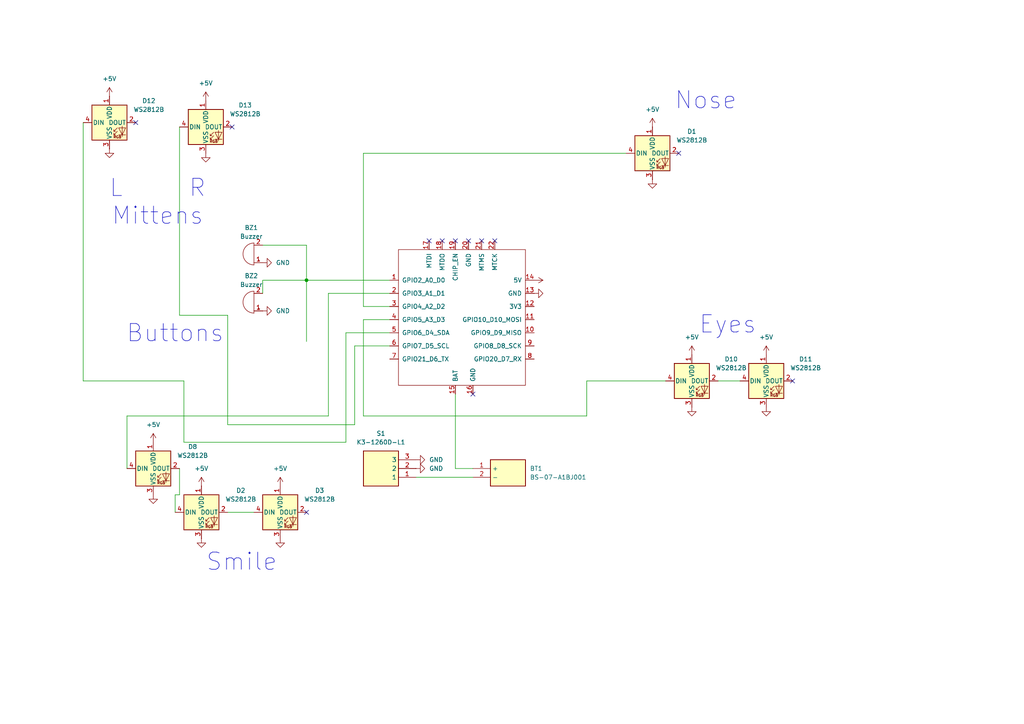
<source format=kicad_sch>
(kicad_sch
	(version 20231120)
	(generator "eeschema")
	(generator_version "8.0")
	(uuid "6e98dea0-d058-4690-9f44-a3004fac21a6")
	(paper "A4")
	(lib_symbols
		(symbol "2032Holder:BS-07-A1BJ001"
			(exclude_from_sim no)
			(in_bom yes)
			(on_board yes)
			(property "Reference" "BT"
				(at 16.51 7.62 0)
				(effects
					(font
						(size 1.27 1.27)
					)
					(justify left top)
				)
			)
			(property "Value" "BS-07-A1BJ001"
				(at 16.51 5.08 0)
				(effects
					(font
						(size 1.27 1.27)
					)
					(justify left top)
				)
			)
			(property "Footprint" "BS07A1BJ001"
				(at 16.51 -94.92 0)
				(effects
					(font
						(size 1.27 1.27)
					)
					(justify left top)
					(hide yes)
				)
			)
			(property "Datasheet" "https://wmsc.lcsc.com/wmsc/upload/file/pdf/v2/lcsc/2203021630_MYOUNG-BS-07-A1BJ001_C2979167.pdf"
				(at 16.51 -194.92 0)
				(effects
					(font
						(size 1.27 1.27)
					)
					(justify left top)
					(hide yes)
				)
			)
			(property "Description" "Battery base -25~+85 CR2032 Plugin Button And Strip Battery Connector ROHS"
				(at 0 0 0)
				(effects
					(font
						(size 1.27 1.27)
					)
					(hide yes)
				)
			)
			(property "Height" "9.5"
				(at 16.51 -394.92 0)
				(effects
					(font
						(size 1.27 1.27)
					)
					(justify left top)
					(hide yes)
				)
			)
			(property "Manufacturer_Name" "MYOUNG"
				(at 16.51 -494.92 0)
				(effects
					(font
						(size 1.27 1.27)
					)
					(justify left top)
					(hide yes)
				)
			)
			(property "Manufacturer_Part_Number" "BS-07-A1BJ001"
				(at 16.51 -594.92 0)
				(effects
					(font
						(size 1.27 1.27)
					)
					(justify left top)
					(hide yes)
				)
			)
			(property "Mouser Part Number" ""
				(at 16.51 -694.92 0)
				(effects
					(font
						(size 1.27 1.27)
					)
					(justify left top)
					(hide yes)
				)
			)
			(property "Mouser Price/Stock" ""
				(at 16.51 -794.92 0)
				(effects
					(font
						(size 1.27 1.27)
					)
					(justify left top)
					(hide yes)
				)
			)
			(property "Arrow Part Number" ""
				(at 16.51 -894.92 0)
				(effects
					(font
						(size 1.27 1.27)
					)
					(justify left top)
					(hide yes)
				)
			)
			(property "Arrow Price/Stock" ""
				(at 16.51 -994.92 0)
				(effects
					(font
						(size 1.27 1.27)
					)
					(justify left top)
					(hide yes)
				)
			)
			(symbol "BS-07-A1BJ001_1_1"
				(rectangle
					(start 5.08 2.54)
					(end 15.24 -5.08)
					(stroke
						(width 0.254)
						(type default)
					)
					(fill
						(type background)
					)
				)
				(pin passive line
					(at 0 0 0)
					(length 5.08)
					(name "+"
						(effects
							(font
								(size 1.27 1.27)
							)
						)
					)
					(number "1"
						(effects
							(font
								(size 1.27 1.27)
							)
						)
					)
				)
				(pin passive line
					(at 0 -2.54 0)
					(length 5.08)
					(name "-"
						(effects
							(font
								(size 1.27 1.27)
							)
						)
					)
					(number "2"
						(effects
							(font
								(size 1.27 1.27)
							)
						)
					)
				)
			)
		)
		(symbol "Device:Buzzer"
			(pin_names
				(offset 0.0254) hide)
			(exclude_from_sim no)
			(in_bom yes)
			(on_board yes)
			(property "Reference" "BZ"
				(at 3.81 1.27 0)
				(effects
					(font
						(size 1.27 1.27)
					)
					(justify left)
				)
			)
			(property "Value" "Buzzer"
				(at 3.81 -1.27 0)
				(effects
					(font
						(size 1.27 1.27)
					)
					(justify left)
				)
			)
			(property "Footprint" ""
				(at -0.635 2.54 90)
				(effects
					(font
						(size 1.27 1.27)
					)
					(hide yes)
				)
			)
			(property "Datasheet" "~"
				(at -0.635 2.54 90)
				(effects
					(font
						(size 1.27 1.27)
					)
					(hide yes)
				)
			)
			(property "Description" "Buzzer, polarized"
				(at 0 0 0)
				(effects
					(font
						(size 1.27 1.27)
					)
					(hide yes)
				)
			)
			(property "ki_keywords" "quartz resonator ceramic"
				(at 0 0 0)
				(effects
					(font
						(size 1.27 1.27)
					)
					(hide yes)
				)
			)
			(property "ki_fp_filters" "*Buzzer*"
				(at 0 0 0)
				(effects
					(font
						(size 1.27 1.27)
					)
					(hide yes)
				)
			)
			(symbol "Buzzer_0_1"
				(arc
					(start 0 -3.175)
					(mid 3.1612 0)
					(end 0 3.175)
					(stroke
						(width 0)
						(type default)
					)
					(fill
						(type none)
					)
				)
				(polyline
					(pts
						(xy -1.651 1.905) (xy -1.143 1.905)
					)
					(stroke
						(width 0)
						(type default)
					)
					(fill
						(type none)
					)
				)
				(polyline
					(pts
						(xy -1.397 2.159) (xy -1.397 1.651)
					)
					(stroke
						(width 0)
						(type default)
					)
					(fill
						(type none)
					)
				)
				(polyline
					(pts
						(xy 0 3.175) (xy 0 -3.175)
					)
					(stroke
						(width 0)
						(type default)
					)
					(fill
						(type none)
					)
				)
			)
			(symbol "Buzzer_1_1"
				(pin passive line
					(at -2.54 2.54 0)
					(length 2.54)
					(name "+"
						(effects
							(font
								(size 1.27 1.27)
							)
						)
					)
					(number "1"
						(effects
							(font
								(size 1.27 1.27)
							)
						)
					)
				)
				(pin passive line
					(at -2.54 -2.54 0)
					(length 2.54)
					(name "-"
						(effects
							(font
								(size 1.27 1.27)
							)
						)
					)
					(number "2"
						(effects
							(font
								(size 1.27 1.27)
							)
						)
					)
				)
			)
		)
		(symbol "K3-1260D-L1:K3-1260D-L1"
			(exclude_from_sim no)
			(in_bom yes)
			(on_board yes)
			(property "Reference" "S"
				(at 16.51 7.62 0)
				(effects
					(font
						(size 1.27 1.27)
					)
					(justify left top)
				)
			)
			(property "Value" "K3-1260D-L1"
				(at 16.51 5.08 0)
				(effects
					(font
						(size 1.27 1.27)
					)
					(justify left top)
				)
			)
			(property "Footprint" "K31260DL1"
				(at 16.51 -94.92 0)
				(effects
					(font
						(size 1.27 1.27)
					)
					(justify left top)
					(hide yes)
				)
			)
			(property "Datasheet" "https://datasheet.lcsc.com/szlcsc/Korean-Hroparts-Elec-K3-1260D-L1_C92657.pdf"
				(at 16.51 -194.92 0)
				(effects
					(font
						(size 1.27 1.27)
					)
					(justify left top)
					(hide yes)
				)
			)
			(property "Description" "Toggle Switches Plugin RoHS"
				(at 0 0 0)
				(effects
					(font
						(size 1.27 1.27)
					)
					(hide yes)
				)
			)
			(property "Height" "3.7"
				(at 16.51 -394.92 0)
				(effects
					(font
						(size 1.27 1.27)
					)
					(justify left top)
					(hide yes)
				)
			)
			(property "Manufacturer_Name" "Korean Hroparts Elec"
				(at 16.51 -494.92 0)
				(effects
					(font
						(size 1.27 1.27)
					)
					(justify left top)
					(hide yes)
				)
			)
			(property "Manufacturer_Part_Number" "K3-1260D-L1"
				(at 16.51 -594.92 0)
				(effects
					(font
						(size 1.27 1.27)
					)
					(justify left top)
					(hide yes)
				)
			)
			(property "Mouser Part Number" ""
				(at 16.51 -694.92 0)
				(effects
					(font
						(size 1.27 1.27)
					)
					(justify left top)
					(hide yes)
				)
			)
			(property "Mouser Price/Stock" ""
				(at 16.51 -794.92 0)
				(effects
					(font
						(size 1.27 1.27)
					)
					(justify left top)
					(hide yes)
				)
			)
			(property "Arrow Part Number" ""
				(at 16.51 -894.92 0)
				(effects
					(font
						(size 1.27 1.27)
					)
					(justify left top)
					(hide yes)
				)
			)
			(property "Arrow Price/Stock" ""
				(at 16.51 -994.92 0)
				(effects
					(font
						(size 1.27 1.27)
					)
					(justify left top)
					(hide yes)
				)
			)
			(symbol "K3-1260D-L1_1_1"
				(rectangle
					(start 5.08 2.54)
					(end 15.24 -7.62)
					(stroke
						(width 0.254)
						(type default)
					)
					(fill
						(type background)
					)
				)
				(pin passive line
					(at 0 0 0)
					(length 5.08)
					(name "1"
						(effects
							(font
								(size 1.27 1.27)
							)
						)
					)
					(number "1"
						(effects
							(font
								(size 1.27 1.27)
							)
						)
					)
				)
				(pin passive line
					(at 0 -2.54 0)
					(length 5.08)
					(name "2"
						(effects
							(font
								(size 1.27 1.27)
							)
						)
					)
					(number "2"
						(effects
							(font
								(size 1.27 1.27)
							)
						)
					)
				)
				(pin passive line
					(at 0 -5.08 0)
					(length 5.08)
					(name "3"
						(effects
							(font
								(size 1.27 1.27)
							)
						)
					)
					(number "3"
						(effects
							(font
								(size 1.27 1.27)
							)
						)
					)
				)
			)
		)
		(symbol "LED:WS2812B"
			(pin_names
				(offset 0.254)
			)
			(exclude_from_sim no)
			(in_bom yes)
			(on_board yes)
			(property "Reference" "D"
				(at 5.08 5.715 0)
				(effects
					(font
						(size 1.27 1.27)
					)
					(justify right bottom)
				)
			)
			(property "Value" "WS2812B"
				(at 1.27 -5.715 0)
				(effects
					(font
						(size 1.27 1.27)
					)
					(justify left top)
				)
			)
			(property "Footprint" "LED_SMD:LED_WS2812B_PLCC4_5.0x5.0mm_P3.2mm"
				(at 1.27 -7.62 0)
				(effects
					(font
						(size 1.27 1.27)
					)
					(justify left top)
					(hide yes)
				)
			)
			(property "Datasheet" "https://cdn-shop.adafruit.com/datasheets/WS2812B.pdf"
				(at 2.54 -9.525 0)
				(effects
					(font
						(size 1.27 1.27)
					)
					(justify left top)
					(hide yes)
				)
			)
			(property "Description" "RGB LED with integrated controller"
				(at 0 0 0)
				(effects
					(font
						(size 1.27 1.27)
					)
					(hide yes)
				)
			)
			(property "ki_keywords" "RGB LED NeoPixel addressable"
				(at 0 0 0)
				(effects
					(font
						(size 1.27 1.27)
					)
					(hide yes)
				)
			)
			(property "ki_fp_filters" "LED*WS2812*PLCC*5.0x5.0mm*P3.2mm*"
				(at 0 0 0)
				(effects
					(font
						(size 1.27 1.27)
					)
					(hide yes)
				)
			)
			(symbol "WS2812B_0_0"
				(text "RGB"
					(at 2.286 -4.191 0)
					(effects
						(font
							(size 0.762 0.762)
						)
					)
				)
			)
			(symbol "WS2812B_0_1"
				(polyline
					(pts
						(xy 1.27 -3.556) (xy 1.778 -3.556)
					)
					(stroke
						(width 0)
						(type default)
					)
					(fill
						(type none)
					)
				)
				(polyline
					(pts
						(xy 1.27 -2.54) (xy 1.778 -2.54)
					)
					(stroke
						(width 0)
						(type default)
					)
					(fill
						(type none)
					)
				)
				(polyline
					(pts
						(xy 4.699 -3.556) (xy 2.667 -3.556)
					)
					(stroke
						(width 0)
						(type default)
					)
					(fill
						(type none)
					)
				)
				(polyline
					(pts
						(xy 2.286 -2.54) (xy 1.27 -3.556) (xy 1.27 -3.048)
					)
					(stroke
						(width 0)
						(type default)
					)
					(fill
						(type none)
					)
				)
				(polyline
					(pts
						(xy 2.286 -1.524) (xy 1.27 -2.54) (xy 1.27 -2.032)
					)
					(stroke
						(width 0)
						(type default)
					)
					(fill
						(type none)
					)
				)
				(polyline
					(pts
						(xy 3.683 -1.016) (xy 3.683 -3.556) (xy 3.683 -4.064)
					)
					(stroke
						(width 0)
						(type default)
					)
					(fill
						(type none)
					)
				)
				(polyline
					(pts
						(xy 4.699 -1.524) (xy 2.667 -1.524) (xy 3.683 -3.556) (xy 4.699 -1.524)
					)
					(stroke
						(width 0)
						(type default)
					)
					(fill
						(type none)
					)
				)
				(rectangle
					(start 5.08 5.08)
					(end -5.08 -5.08)
					(stroke
						(width 0.254)
						(type default)
					)
					(fill
						(type background)
					)
				)
			)
			(symbol "WS2812B_1_1"
				(pin power_in line
					(at 0 7.62 270)
					(length 2.54)
					(name "VDD"
						(effects
							(font
								(size 1.27 1.27)
							)
						)
					)
					(number "1"
						(effects
							(font
								(size 1.27 1.27)
							)
						)
					)
				)
				(pin output line
					(at 7.62 0 180)
					(length 2.54)
					(name "DOUT"
						(effects
							(font
								(size 1.27 1.27)
							)
						)
					)
					(number "2"
						(effects
							(font
								(size 1.27 1.27)
							)
						)
					)
				)
				(pin power_in line
					(at 0 -7.62 90)
					(length 2.54)
					(name "VSS"
						(effects
							(font
								(size 1.27 1.27)
							)
						)
					)
					(number "3"
						(effects
							(font
								(size 1.27 1.27)
							)
						)
					)
				)
				(pin input line
					(at -7.62 0 0)
					(length 2.54)
					(name "DIN"
						(effects
							(font
								(size 1.27 1.27)
							)
						)
					)
					(number "4"
						(effects
							(font
								(size 1.27 1.27)
							)
						)
					)
				)
			)
		)
		(symbol "Seeed_Studio_XIAO_Series:XIAO-ESP32-C3-SMD"
			(pin_names
				(offset 1.016)
			)
			(exclude_from_sim no)
			(in_bom yes)
			(on_board yes)
			(property "Reference" "U"
				(at -18.542 23.114 0)
				(effects
					(font
						(size 1.27 1.27)
					)
				)
			)
			(property "Value" "XIAO-ESP32-C3-SMD"
				(at -8.382 21.336 0)
				(effects
					(font
						(size 1.27 1.27)
					)
				)
			)
			(property "Footprint" ""
				(at -8.89 5.08 0)
				(effects
					(font
						(size 1.27 1.27)
					)
					(hide yes)
				)
			)
			(property "Datasheet" ""
				(at -8.89 5.08 0)
				(effects
					(font
						(size 1.27 1.27)
					)
					(hide yes)
				)
			)
			(property "Description" ""
				(at 0 0 0)
				(effects
					(font
						(size 1.27 1.27)
					)
					(hide yes)
				)
			)
			(symbol "XIAO-ESP32-C3-SMD_0_1"
				(rectangle
					(start -19.05 20.32)
					(end 17.78 -19.05)
					(stroke
						(width 0)
						(type default)
					)
					(fill
						(type none)
					)
				)
			)
			(symbol "XIAO-ESP32-C3-SMD_1_1"
				(pin passive line
					(at -21.59 11.43 0)
					(length 2.54)
					(name "GPIO2_A0_D0"
						(effects
							(font
								(size 1.27 1.27)
							)
						)
					)
					(number "1"
						(effects
							(font
								(size 1.27 1.27)
							)
						)
					)
				)
				(pin passive line
					(at 20.32 -3.81 180)
					(length 2.54)
					(name "GPIO9_D9_MISO"
						(effects
							(font
								(size 1.27 1.27)
							)
						)
					)
					(number "10"
						(effects
							(font
								(size 1.27 1.27)
							)
						)
					)
				)
				(pin passive line
					(at 20.32 0 180)
					(length 2.54)
					(name "GPIO10_D10_MOSI"
						(effects
							(font
								(size 1.27 1.27)
							)
						)
					)
					(number "11"
						(effects
							(font
								(size 1.27 1.27)
							)
						)
					)
				)
				(pin passive line
					(at 20.32 3.81 180)
					(length 2.54)
					(name "3V3"
						(effects
							(font
								(size 1.27 1.27)
							)
						)
					)
					(number "12"
						(effects
							(font
								(size 1.27 1.27)
							)
						)
					)
				)
				(pin passive line
					(at 20.32 7.62 180)
					(length 2.54)
					(name "GND"
						(effects
							(font
								(size 1.27 1.27)
							)
						)
					)
					(number "13"
						(effects
							(font
								(size 1.27 1.27)
							)
						)
					)
				)
				(pin passive line
					(at 20.32 11.43 180)
					(length 2.54)
					(name "5V"
						(effects
							(font
								(size 1.27 1.27)
							)
						)
					)
					(number "14"
						(effects
							(font
								(size 1.27 1.27)
							)
						)
					)
				)
				(pin passive line
					(at -2.54 -21.59 90)
					(length 2.54)
					(name "BAT"
						(effects
							(font
								(size 1.27 1.27)
							)
						)
					)
					(number "15"
						(effects
							(font
								(size 1.27 1.27)
							)
						)
					)
				)
				(pin passive line
					(at 2.54 -21.59 90)
					(length 2.54)
					(name "GND"
						(effects
							(font
								(size 1.27 1.27)
							)
						)
					)
					(number "16"
						(effects
							(font
								(size 1.27 1.27)
							)
						)
					)
				)
				(pin passive line
					(at -10.16 22.86 270)
					(length 2.54)
					(name "MTDI"
						(effects
							(font
								(size 1.27 1.27)
							)
						)
					)
					(number "17"
						(effects
							(font
								(size 1.27 1.27)
							)
						)
					)
				)
				(pin passive line
					(at -6.35 22.86 270)
					(length 2.54)
					(name "MTDO"
						(effects
							(font
								(size 1.27 1.27)
							)
						)
					)
					(number "18"
						(effects
							(font
								(size 1.27 1.27)
							)
						)
					)
				)
				(pin passive line
					(at -2.54 22.86 270)
					(length 2.54)
					(name "CHIP_EN"
						(effects
							(font
								(size 1.27 1.27)
							)
						)
					)
					(number "19"
						(effects
							(font
								(size 1.27 1.27)
							)
						)
					)
				)
				(pin passive line
					(at -21.59 7.62 0)
					(length 2.54)
					(name "GPIO3_A1_D1"
						(effects
							(font
								(size 1.27 1.27)
							)
						)
					)
					(number "2"
						(effects
							(font
								(size 1.27 1.27)
							)
						)
					)
				)
				(pin passive line
					(at 1.27 22.86 270)
					(length 2.54)
					(name "GND"
						(effects
							(font
								(size 1.27 1.27)
							)
						)
					)
					(number "20"
						(effects
							(font
								(size 1.27 1.27)
							)
						)
					)
				)
				(pin passive line
					(at 5.08 22.86 270)
					(length 2.54)
					(name "MTMS"
						(effects
							(font
								(size 1.27 1.27)
							)
						)
					)
					(number "21"
						(effects
							(font
								(size 1.27 1.27)
							)
						)
					)
				)
				(pin passive line
					(at 8.89 22.86 270)
					(length 2.54)
					(name "MTCK"
						(effects
							(font
								(size 1.27 1.27)
							)
						)
					)
					(number "22"
						(effects
							(font
								(size 1.27 1.27)
							)
						)
					)
				)
				(pin passive line
					(at -21.59 3.81 0)
					(length 2.54)
					(name "GPIO4_A2_D2"
						(effects
							(font
								(size 1.27 1.27)
							)
						)
					)
					(number "3"
						(effects
							(font
								(size 1.27 1.27)
							)
						)
					)
				)
				(pin passive line
					(at -21.59 0 0)
					(length 2.54)
					(name "GPIO5_A3_D3"
						(effects
							(font
								(size 1.27 1.27)
							)
						)
					)
					(number "4"
						(effects
							(font
								(size 1.27 1.27)
							)
						)
					)
				)
				(pin passive line
					(at -21.59 -3.81 0)
					(length 2.54)
					(name "GPIO6_D4_SDA"
						(effects
							(font
								(size 1.27 1.27)
							)
						)
					)
					(number "5"
						(effects
							(font
								(size 1.27 1.27)
							)
						)
					)
				)
				(pin passive line
					(at -21.59 -7.62 0)
					(length 2.54)
					(name "GPIO7_D5_SCL"
						(effects
							(font
								(size 1.27 1.27)
							)
						)
					)
					(number "6"
						(effects
							(font
								(size 1.27 1.27)
							)
						)
					)
				)
				(pin passive line
					(at -21.59 -11.43 0)
					(length 2.54)
					(name "GPIO21_D6_TX"
						(effects
							(font
								(size 1.27 1.27)
							)
						)
					)
					(number "7"
						(effects
							(font
								(size 1.27 1.27)
							)
						)
					)
				)
				(pin passive line
					(at 20.32 -11.43 180)
					(length 2.54)
					(name "GPIO20_D7_RX"
						(effects
							(font
								(size 1.27 1.27)
							)
						)
					)
					(number "8"
						(effects
							(font
								(size 1.27 1.27)
							)
						)
					)
				)
				(pin passive line
					(at 20.32 -7.62 180)
					(length 2.54)
					(name "GPIO8_D8_SCK"
						(effects
							(font
								(size 1.27 1.27)
							)
						)
					)
					(number "9"
						(effects
							(font
								(size 1.27 1.27)
							)
						)
					)
				)
			)
		)
		(symbol "power:+5V"
			(power)
			(pin_numbers hide)
			(pin_names
				(offset 0) hide)
			(exclude_from_sim no)
			(in_bom yes)
			(on_board yes)
			(property "Reference" "#PWR"
				(at 0 -3.81 0)
				(effects
					(font
						(size 1.27 1.27)
					)
					(hide yes)
				)
			)
			(property "Value" "+5V"
				(at 0 3.556 0)
				(effects
					(font
						(size 1.27 1.27)
					)
				)
			)
			(property "Footprint" ""
				(at 0 0 0)
				(effects
					(font
						(size 1.27 1.27)
					)
					(hide yes)
				)
			)
			(property "Datasheet" ""
				(at 0 0 0)
				(effects
					(font
						(size 1.27 1.27)
					)
					(hide yes)
				)
			)
			(property "Description" "Power symbol creates a global label with name \"+5V\""
				(at 0 0 0)
				(effects
					(font
						(size 1.27 1.27)
					)
					(hide yes)
				)
			)
			(property "ki_keywords" "global power"
				(at 0 0 0)
				(effects
					(font
						(size 1.27 1.27)
					)
					(hide yes)
				)
			)
			(symbol "+5V_0_1"
				(polyline
					(pts
						(xy -0.762 1.27) (xy 0 2.54)
					)
					(stroke
						(width 0)
						(type default)
					)
					(fill
						(type none)
					)
				)
				(polyline
					(pts
						(xy 0 0) (xy 0 2.54)
					)
					(stroke
						(width 0)
						(type default)
					)
					(fill
						(type none)
					)
				)
				(polyline
					(pts
						(xy 0 2.54) (xy 0.762 1.27)
					)
					(stroke
						(width 0)
						(type default)
					)
					(fill
						(type none)
					)
				)
			)
			(symbol "+5V_1_1"
				(pin power_in line
					(at 0 0 90)
					(length 0)
					(name "~"
						(effects
							(font
								(size 1.27 1.27)
							)
						)
					)
					(number "1"
						(effects
							(font
								(size 1.27 1.27)
							)
						)
					)
				)
			)
		)
		(symbol "power:GND"
			(power)
			(pin_numbers hide)
			(pin_names
				(offset 0) hide)
			(exclude_from_sim no)
			(in_bom yes)
			(on_board yes)
			(property "Reference" "#PWR"
				(at 0 -6.35 0)
				(effects
					(font
						(size 1.27 1.27)
					)
					(hide yes)
				)
			)
			(property "Value" "GND"
				(at 0 -3.81 0)
				(effects
					(font
						(size 1.27 1.27)
					)
				)
			)
			(property "Footprint" ""
				(at 0 0 0)
				(effects
					(font
						(size 1.27 1.27)
					)
					(hide yes)
				)
			)
			(property "Datasheet" ""
				(at 0 0 0)
				(effects
					(font
						(size 1.27 1.27)
					)
					(hide yes)
				)
			)
			(property "Description" "Power symbol creates a global label with name \"GND\" , ground"
				(at 0 0 0)
				(effects
					(font
						(size 1.27 1.27)
					)
					(hide yes)
				)
			)
			(property "ki_keywords" "global power"
				(at 0 0 0)
				(effects
					(font
						(size 1.27 1.27)
					)
					(hide yes)
				)
			)
			(symbol "GND_0_1"
				(polyline
					(pts
						(xy 0 0) (xy 0 -1.27) (xy 1.27 -1.27) (xy 0 -2.54) (xy -1.27 -1.27) (xy 0 -1.27)
					)
					(stroke
						(width 0)
						(type default)
					)
					(fill
						(type none)
					)
				)
			)
			(symbol "GND_1_1"
				(pin power_in line
					(at 0 0 270)
					(length 0)
					(name "~"
						(effects
							(font
								(size 1.27 1.27)
							)
						)
					)
					(number "1"
						(effects
							(font
								(size 1.27 1.27)
							)
						)
					)
				)
			)
		)
	)
	(junction
		(at 88.9 81.28)
		(diameter 0)
		(color 0 0 0 0)
		(uuid "f3104e81-477d-44ec-86c2-2b208689f8fc")
	)
	(no_connect
		(at 135.89 69.85)
		(uuid "0ec21d54-8efd-4f78-b7de-5fcf374a2e29")
	)
	(no_connect
		(at 132.08 69.85)
		(uuid "11b15e3a-3930-40c5-b4ef-f55bad40e1b9")
	)
	(no_connect
		(at 196.85 44.45)
		(uuid "16b79aed-2afb-4943-a03a-4fe714ae6449")
	)
	(no_connect
		(at 229.87 110.49)
		(uuid "60b3cc53-07e2-42e7-ab62-da2fc98eebb1")
	)
	(no_connect
		(at 39.37 35.56)
		(uuid "7482aaa1-4bdb-41f2-ad3a-d97a5ad66ca2")
	)
	(no_connect
		(at 124.46 69.85)
		(uuid "8252d5bd-c6b9-4c22-9a94-71b9d050c8c6")
	)
	(no_connect
		(at 128.27 69.85)
		(uuid "8397ad45-6566-4a7e-849a-9bf1fdee32b4")
	)
	(no_connect
		(at 139.7 69.85)
		(uuid "8b6057a1-2f0e-43aa-bd96-a33d5f4d5e92")
	)
	(no_connect
		(at 88.9 148.59)
		(uuid "a26e7715-4399-4135-bcdc-e06951cc081a")
	)
	(no_connect
		(at 143.51 69.85)
		(uuid "d3de3f85-ec5d-48b5-b6f6-22bb46e0deb3")
	)
	(no_connect
		(at 137.16 114.3)
		(uuid "dad48a37-3c7e-4556-9718-2ed3f3369cc3")
	)
	(no_connect
		(at 67.31 36.83)
		(uuid "f122d939-1ec8-476c-8cbd-2965e7b5627b")
	)
	(wire
		(pts
			(xy 66.04 123.19) (xy 102.87 123.19)
		)
		(stroke
			(width 0)
			(type default)
		)
		(uuid "066ecad5-ffaa-4974-aa63-2aa4cbf6b8b3")
	)
	(wire
		(pts
			(xy 105.41 120.65) (xy 105.41 92.71)
		)
		(stroke
			(width 0)
			(type default)
		)
		(uuid "06a64a9d-5734-40f2-a40f-3b133b75e89a")
	)
	(wire
		(pts
			(xy 36.83 120.65) (xy 95.25 120.65)
		)
		(stroke
			(width 0)
			(type default)
		)
		(uuid "09bfc969-086d-421b-8870-b848d754913e")
	)
	(wire
		(pts
			(xy 88.9 81.28) (xy 76.2 81.28)
		)
		(stroke
			(width 0)
			(type default)
		)
		(uuid "10e338ad-1ecf-4104-87b4-23939ec8cc29")
	)
	(wire
		(pts
			(xy 102.87 100.33) (xy 113.03 100.33)
		)
		(stroke
			(width 0)
			(type default)
		)
		(uuid "17ee8a88-8dfd-45c1-b210-f0159a57d83d")
	)
	(wire
		(pts
			(xy 66.04 91.44) (xy 66.04 123.19)
		)
		(stroke
			(width 0)
			(type default)
		)
		(uuid "1d0fd2b4-2b2e-48be-96c6-1f0f371934a4")
	)
	(wire
		(pts
			(xy 102.87 123.19) (xy 102.87 100.33)
		)
		(stroke
			(width 0)
			(type default)
		)
		(uuid "26ff155d-715f-44eb-8407-f7511a035a70")
	)
	(wire
		(pts
			(xy 53.34 110.49) (xy 53.34 128.27)
		)
		(stroke
			(width 0)
			(type default)
		)
		(uuid "279ed404-7f9c-4b8e-8717-884ab083b178")
	)
	(wire
		(pts
			(xy 52.07 91.44) (xy 66.04 91.44)
		)
		(stroke
			(width 0)
			(type default)
		)
		(uuid "2932ec83-38e3-400a-88c8-9410449ccc72")
	)
	(wire
		(pts
			(xy 113.03 81.28) (xy 88.9 81.28)
		)
		(stroke
			(width 0)
			(type default)
		)
		(uuid "357c4974-c185-4ea8-8ba7-c61581a32fcd")
	)
	(wire
		(pts
			(xy 24.13 35.56) (xy 24.13 110.49)
		)
		(stroke
			(width 0)
			(type default)
		)
		(uuid "3b0f40c4-8a77-4016-be39-0e31e82c5cf0")
	)
	(wire
		(pts
			(xy 76.2 71.12) (xy 88.9 71.12)
		)
		(stroke
			(width 0)
			(type default)
		)
		(uuid "3c2916c9-9fe0-4647-be49-e74981deee5e")
	)
	(wire
		(pts
			(xy 76.2 81.28) (xy 76.2 85.09)
		)
		(stroke
			(width 0)
			(type default)
		)
		(uuid "5c388c31-10db-44fd-983d-ffed0ddbcb89")
	)
	(wire
		(pts
			(xy 36.83 135.89) (xy 36.83 120.65)
		)
		(stroke
			(width 0)
			(type default)
		)
		(uuid "678dac7a-30c0-414a-ac3f-9723b33f0646")
	)
	(wire
		(pts
			(xy 105.41 44.45) (xy 105.41 88.9)
		)
		(stroke
			(width 0)
			(type default)
		)
		(uuid "7b7baaa1-4254-4b3e-816b-2d3b6527bce3")
	)
	(wire
		(pts
			(xy 50.8 143.51) (xy 50.8 148.59)
		)
		(stroke
			(width 0)
			(type default)
		)
		(uuid "7ea5b455-7d2c-4cd7-aa04-8569bbcd62bb")
	)
	(wire
		(pts
			(xy 132.08 135.89) (xy 132.08 114.3)
		)
		(stroke
			(width 0)
			(type default)
		)
		(uuid "869ea106-7c00-432e-9041-ab0d3ebfff69")
	)
	(wire
		(pts
			(xy 95.25 120.65) (xy 95.25 85.09)
		)
		(stroke
			(width 0)
			(type default)
		)
		(uuid "8c93a2c9-7975-469f-8075-3311b98bf983")
	)
	(wire
		(pts
			(xy 137.16 135.89) (xy 132.08 135.89)
		)
		(stroke
			(width 0)
			(type default)
		)
		(uuid "91faa78e-1ac0-495f-a3a1-6cadd4c2cfca")
	)
	(wire
		(pts
			(xy 105.41 92.71) (xy 113.03 92.71)
		)
		(stroke
			(width 0)
			(type default)
		)
		(uuid "9c250ee3-0fad-4561-abd9-fbc226e584a9")
	)
	(wire
		(pts
			(xy 170.18 120.65) (xy 105.41 120.65)
		)
		(stroke
			(width 0)
			(type default)
		)
		(uuid "9d0c6cb5-d0c5-4e6e-9c37-181cd40e40c0")
	)
	(wire
		(pts
			(xy 193.04 110.49) (xy 170.18 110.49)
		)
		(stroke
			(width 0)
			(type default)
		)
		(uuid "9d866c94-aebd-47a3-8d67-d751c494d11d")
	)
	(wire
		(pts
			(xy 95.25 85.09) (xy 113.03 85.09)
		)
		(stroke
			(width 0)
			(type default)
		)
		(uuid "9e3898e7-136a-4494-a954-c284e995a4b0")
	)
	(wire
		(pts
			(xy 181.61 44.45) (xy 105.41 44.45)
		)
		(stroke
			(width 0)
			(type default)
		)
		(uuid "a4febb3e-2832-4425-a494-0bc9829e45e0")
	)
	(wire
		(pts
			(xy 100.33 96.52) (xy 113.03 96.52)
		)
		(stroke
			(width 0)
			(type default)
		)
		(uuid "ab99550e-6ade-4455-ac8e-81b667802953")
	)
	(wire
		(pts
			(xy 24.13 110.49) (xy 53.34 110.49)
		)
		(stroke
			(width 0)
			(type default)
		)
		(uuid "acf82e88-a479-467e-afdf-27ad144584b2")
	)
	(wire
		(pts
			(xy 170.18 110.49) (xy 170.18 120.65)
		)
		(stroke
			(width 0)
			(type default)
		)
		(uuid "ad2e2d95-94af-41c5-9c8c-31cf243e1201")
	)
	(wire
		(pts
			(xy 52.07 36.83) (xy 52.07 91.44)
		)
		(stroke
			(width 0)
			(type default)
		)
		(uuid "af48a386-3918-4e2f-9f87-85c8733ddc88")
	)
	(wire
		(pts
			(xy 120.65 138.43) (xy 137.16 138.43)
		)
		(stroke
			(width 0)
			(type default)
		)
		(uuid "b4a6b317-42f0-4ecd-9b04-2e80c205d8ec")
	)
	(wire
		(pts
			(xy 105.41 88.9) (xy 113.03 88.9)
		)
		(stroke
			(width 0)
			(type default)
		)
		(uuid "bd6bee7a-6e4c-42e1-bfac-56f8fdb43294")
	)
	(wire
		(pts
			(xy 66.04 148.59) (xy 73.66 148.59)
		)
		(stroke
			(width 0)
			(type default)
		)
		(uuid "c2007348-e8f4-4a77-b6a8-728b3bee26e1")
	)
	(wire
		(pts
			(xy 53.34 128.27) (xy 100.33 128.27)
		)
		(stroke
			(width 0)
			(type default)
		)
		(uuid "c256dc3c-3f7e-48d1-9eb1-8010973bc48f")
	)
	(wire
		(pts
			(xy 88.9 71.12) (xy 88.9 81.28)
		)
		(stroke
			(width 0)
			(type default)
		)
		(uuid "c9f10c1a-1958-4ed6-ba5c-ab6d66dde5d8")
	)
	(wire
		(pts
			(xy 52.07 143.51) (xy 50.8 143.51)
		)
		(stroke
			(width 0)
			(type default)
		)
		(uuid "d32a24c9-af36-48d4-b100-fb9c485ca35d")
	)
	(wire
		(pts
			(xy 88.9 99.06) (xy 88.9 81.28)
		)
		(stroke
			(width 0)
			(type default)
		)
		(uuid "d32b715e-a7de-41e8-bacb-e91347901031")
	)
	(wire
		(pts
			(xy 52.07 135.89) (xy 52.07 143.51)
		)
		(stroke
			(width 0)
			(type default)
		)
		(uuid "eb14d684-b276-447b-893f-8e852090abc5")
	)
	(wire
		(pts
			(xy 100.33 128.27) (xy 100.33 96.52)
		)
		(stroke
			(width 0)
			(type default)
		)
		(uuid "f03b4af2-bc7f-4122-a747-7b426b6715f6")
	)
	(wire
		(pts
			(xy 208.28 110.49) (xy 214.63 110.49)
		)
		(stroke
			(width 0)
			(type default)
		)
		(uuid "fb1ab6fc-2cb1-4847-ae6d-324128545acb")
	)
	(text "Smile"
		(exclude_from_sim no)
		(at 70.104 163.068 0)
		(effects
			(font
				(size 5 5)
			)
		)
		(uuid "4a05053f-7ba2-45ec-818c-ff3a5f2a0702")
	)
	(text "Buttons\n"
		(exclude_from_sim no)
		(at 50.8 96.774 0)
		(effects
			(font
				(size 5 5)
			)
		)
		(uuid "99d3d54b-4905-436e-a57b-921a8a73e500")
	)
	(text "Nose\n"
		(exclude_from_sim no)
		(at 204.724 29.21 0)
		(effects
			(font
				(size 5 5)
			)
		)
		(uuid "9c8daa69-93fe-42f9-99a2-53183817f950")
	)
	(text "Eyes"
		(exclude_from_sim no)
		(at 211.074 94.234 0)
		(effects
			(font
				(size 5 5)
			)
		)
		(uuid "c8e05212-5519-4a6b-9783-0bfa0e9f8f2e")
	)
	(text "L     R\nMittens\n"
		(exclude_from_sim no)
		(at 45.72 58.674 0)
		(effects
			(font
				(size 5 5)
			)
		)
		(uuid "f4f10ebc-eece-4b15-98e3-66b7517d3092")
	)
	(symbol
		(lib_id "power:+5V")
		(at 44.45 128.27 0)
		(unit 1)
		(exclude_from_sim no)
		(in_bom yes)
		(on_board yes)
		(dnp no)
		(fields_autoplaced yes)
		(uuid "0020a143-1a6e-4549-994b-6661e1122d4b")
		(property "Reference" "#PWR016"
			(at 44.45 132.08 0)
			(effects
				(font
					(size 1.27 1.27)
				)
				(hide yes)
			)
		)
		(property "Value" "+5V"
			(at 44.45 123.19 0)
			(effects
				(font
					(size 1.27 1.27)
				)
			)
		)
		(property "Footprint" ""
			(at 44.45 128.27 0)
			(effects
				(font
					(size 1.27 1.27)
				)
				(hide yes)
			)
		)
		(property "Datasheet" ""
			(at 44.45 128.27 0)
			(effects
				(font
					(size 1.27 1.27)
				)
				(hide yes)
			)
		)
		(property "Description" "Power symbol creates a global label with name \"+5V\""
			(at 44.45 128.27 0)
			(effects
				(font
					(size 1.27 1.27)
				)
				(hide yes)
			)
		)
		(pin "1"
			(uuid "de374e6f-7a8b-4410-ab22-847e8be791bc")
		)
		(instances
			(project ""
				(path "/6e98dea0-d058-4690-9f44-a3004fac21a6"
					(reference "#PWR016")
					(unit 1)
				)
			)
		)
	)
	(symbol
		(lib_id "power:+5V")
		(at 189.23 36.83 0)
		(unit 1)
		(exclude_from_sim no)
		(in_bom yes)
		(on_board yes)
		(dnp no)
		(fields_autoplaced yes)
		(uuid "09026ee2-c77d-4618-9441-6003531b8de2")
		(property "Reference" "#PWR024"
			(at 189.23 40.64 0)
			(effects
				(font
					(size 1.27 1.27)
				)
				(hide yes)
			)
		)
		(property "Value" "+5V"
			(at 189.23 31.75 0)
			(effects
				(font
					(size 1.27 1.27)
				)
			)
		)
		(property "Footprint" ""
			(at 189.23 36.83 0)
			(effects
				(font
					(size 1.27 1.27)
				)
				(hide yes)
			)
		)
		(property "Datasheet" ""
			(at 189.23 36.83 0)
			(effects
				(font
					(size 1.27 1.27)
				)
				(hide yes)
			)
		)
		(property "Description" "Power symbol creates a global label with name \"+5V\""
			(at 189.23 36.83 0)
			(effects
				(font
					(size 1.27 1.27)
				)
				(hide yes)
			)
		)
		(pin "1"
			(uuid "9983a295-7bd6-4125-9088-45240fd805d2")
		)
		(instances
			(project ""
				(path "/6e98dea0-d058-4690-9f44-a3004fac21a6"
					(reference "#PWR024")
					(unit 1)
				)
			)
		)
	)
	(symbol
		(lib_id "LED:WS2812B")
		(at 189.23 44.45 0)
		(unit 1)
		(exclude_from_sim no)
		(in_bom yes)
		(on_board yes)
		(dnp no)
		(fields_autoplaced yes)
		(uuid "15f0a2dc-9c14-4371-858e-3a1edfb24aa7")
		(property "Reference" "D1"
			(at 200.66 38.1314 0)
			(effects
				(font
					(size 1.27 1.27)
				)
			)
		)
		(property "Value" "WS2812B"
			(at 200.66 40.6714 0)
			(effects
				(font
					(size 1.27 1.27)
				)
			)
		)
		(property "Footprint" "LED_SMD:LED_WS2812B_PLCC4_5.0x5.0mm_P3.2mm"
			(at 190.5 52.07 0)
			(effects
				(font
					(size 1.27 1.27)
				)
				(justify left top)
				(hide yes)
			)
		)
		(property "Datasheet" "https://cdn-shop.adafruit.com/datasheets/WS2812B.pdf"
			(at 191.77 53.975 0)
			(effects
				(font
					(size 1.27 1.27)
				)
				(justify left top)
				(hide yes)
			)
		)
		(property "Description" "RGB LED with integrated controller"
			(at 189.23 44.45 0)
			(effects
				(font
					(size 1.27 1.27)
				)
				(hide yes)
			)
		)
		(pin "1"
			(uuid "aafff27d-fd84-4021-91e9-6e86fef47684")
		)
		(pin "2"
			(uuid "4c269c6a-b5d0-4ee3-bea0-04d8d4223df0")
		)
		(pin "3"
			(uuid "5dea8409-bc62-4362-9ea6-abafd206c33d")
		)
		(pin "4"
			(uuid "1ecfb9b0-d7bb-4d43-ac7c-b6147c254c79")
		)
		(instances
			(project ""
				(path "/6e98dea0-d058-4690-9f44-a3004fac21a6"
					(reference "D1")
					(unit 1)
				)
			)
		)
	)
	(symbol
		(lib_id "power:GND")
		(at 200.66 118.11 0)
		(unit 1)
		(exclude_from_sim no)
		(in_bom yes)
		(on_board yes)
		(dnp no)
		(fields_autoplaced yes)
		(uuid "25db32a5-546f-485c-b37b-c2ffb778dc25")
		(property "Reference" "#PWR027"
			(at 200.66 124.46 0)
			(effects
				(font
					(size 1.27 1.27)
				)
				(hide yes)
			)
		)
		(property "Value" "GND"
			(at 200.66 123.19 0)
			(effects
				(font
					(size 1.27 1.27)
				)
				(hide yes)
			)
		)
		(property "Footprint" ""
			(at 200.66 118.11 0)
			(effects
				(font
					(size 1.27 1.27)
				)
				(hide yes)
			)
		)
		(property "Datasheet" ""
			(at 200.66 118.11 0)
			(effects
				(font
					(size 1.27 1.27)
				)
				(hide yes)
			)
		)
		(property "Description" "Power symbol creates a global label with name \"GND\" , ground"
			(at 200.66 118.11 0)
			(effects
				(font
					(size 1.27 1.27)
				)
				(hide yes)
			)
		)
		(pin "1"
			(uuid "d4255eb4-0df7-4fb5-a6c9-8b778c1df0fa")
		)
		(instances
			(project ""
				(path "/6e98dea0-d058-4690-9f44-a3004fac21a6"
					(reference "#PWR027")
					(unit 1)
				)
			)
		)
	)
	(symbol
		(lib_id "power:GND")
		(at 44.45 143.51 0)
		(unit 1)
		(exclude_from_sim no)
		(in_bom yes)
		(on_board yes)
		(dnp no)
		(fields_autoplaced yes)
		(uuid "36f388a2-4961-4598-90cd-0f5a1ab932ce")
		(property "Reference" "#PWR015"
			(at 44.45 149.86 0)
			(effects
				(font
					(size 1.27 1.27)
				)
				(hide yes)
			)
		)
		(property "Value" "GND"
			(at 44.45 148.59 0)
			(effects
				(font
					(size 1.27 1.27)
				)
				(hide yes)
			)
		)
		(property "Footprint" ""
			(at 44.45 143.51 0)
			(effects
				(font
					(size 1.27 1.27)
				)
				(hide yes)
			)
		)
		(property "Datasheet" ""
			(at 44.45 143.51 0)
			(effects
				(font
					(size 1.27 1.27)
				)
				(hide yes)
			)
		)
		(property "Description" "Power symbol creates a global label with name \"GND\" , ground"
			(at 44.45 143.51 0)
			(effects
				(font
					(size 1.27 1.27)
				)
				(hide yes)
			)
		)
		(pin "1"
			(uuid "8217d4f5-923d-4e6a-a3aa-38bb5342ef99")
		)
		(instances
			(project ""
				(path "/6e98dea0-d058-4690-9f44-a3004fac21a6"
					(reference "#PWR015")
					(unit 1)
				)
			)
		)
	)
	(symbol
		(lib_id "power:+5V")
		(at 154.94 81.28 270)
		(unit 1)
		(exclude_from_sim no)
		(in_bom yes)
		(on_board yes)
		(dnp no)
		(fields_autoplaced yes)
		(uuid "40c353a5-53cb-4012-8633-8e2c60f0f04e")
		(property "Reference" "#PWR03"
			(at 151.13 81.28 0)
			(effects
				(font
					(size 1.27 1.27)
				)
				(hide yes)
			)
		)
		(property "Value" "+5V"
			(at 158.75 81.2799 90)
			(effects
				(font
					(size 1.27 1.27)
				)
				(justify left)
				(hide yes)
			)
		)
		(property "Footprint" ""
			(at 154.94 81.28 0)
			(effects
				(font
					(size 1.27 1.27)
				)
				(hide yes)
			)
		)
		(property "Datasheet" ""
			(at 154.94 81.28 0)
			(effects
				(font
					(size 1.27 1.27)
				)
				(hide yes)
			)
		)
		(property "Description" "Power symbol creates a global label with name \"+5V\""
			(at 154.94 81.28 0)
			(effects
				(font
					(size 1.27 1.27)
				)
				(hide yes)
			)
		)
		(pin "1"
			(uuid "da675247-e58d-4c8a-b07f-dc025c919b29")
		)
		(instances
			(project ""
				(path "/6e98dea0-d058-4690-9f44-a3004fac21a6"
					(reference "#PWR03")
					(unit 1)
				)
			)
		)
	)
	(symbol
		(lib_id "power:+5V")
		(at 200.66 102.87 0)
		(unit 1)
		(exclude_from_sim no)
		(in_bom yes)
		(on_board yes)
		(dnp no)
		(fields_autoplaced yes)
		(uuid "4368338c-e716-434a-bdc9-4884d836741e")
		(property "Reference" "#PWR029"
			(at 200.66 106.68 0)
			(effects
				(font
					(size 1.27 1.27)
				)
				(hide yes)
			)
		)
		(property "Value" "+5V"
			(at 200.66 97.79 0)
			(effects
				(font
					(size 1.27 1.27)
				)
			)
		)
		(property "Footprint" ""
			(at 200.66 102.87 0)
			(effects
				(font
					(size 1.27 1.27)
				)
				(hide yes)
			)
		)
		(property "Datasheet" ""
			(at 200.66 102.87 0)
			(effects
				(font
					(size 1.27 1.27)
				)
				(hide yes)
			)
		)
		(property "Description" "Power symbol creates a global label with name \"+5V\""
			(at 200.66 102.87 0)
			(effects
				(font
					(size 1.27 1.27)
				)
				(hide yes)
			)
		)
		(pin "1"
			(uuid "8be5f45d-b432-4bbb-984e-b6ad75ad8a0e")
		)
		(instances
			(project ""
				(path "/6e98dea0-d058-4690-9f44-a3004fac21a6"
					(reference "#PWR029")
					(unit 1)
				)
			)
		)
	)
	(symbol
		(lib_id "power:GND")
		(at 59.69 44.45 0)
		(unit 1)
		(exclude_from_sim no)
		(in_bom yes)
		(on_board yes)
		(dnp no)
		(fields_autoplaced yes)
		(uuid "4b86905f-eb72-452a-8a9b-a0d69469e2f7")
		(property "Reference" "#PWR034"
			(at 59.69 50.8 0)
			(effects
				(font
					(size 1.27 1.27)
				)
				(hide yes)
			)
		)
		(property "Value" "GND"
			(at 59.69 49.53 0)
			(effects
				(font
					(size 1.27 1.27)
				)
				(hide yes)
			)
		)
		(property "Footprint" ""
			(at 59.69 44.45 0)
			(effects
				(font
					(size 1.27 1.27)
				)
				(hide yes)
			)
		)
		(property "Datasheet" ""
			(at 59.69 44.45 0)
			(effects
				(font
					(size 1.27 1.27)
				)
				(hide yes)
			)
		)
		(property "Description" "Power symbol creates a global label with name \"GND\" , ground"
			(at 59.69 44.45 0)
			(effects
				(font
					(size 1.27 1.27)
				)
				(hide yes)
			)
		)
		(pin "1"
			(uuid "e60c686f-7392-445d-8fb7-9fb46ffd0a42")
		)
		(instances
			(project ""
				(path "/6e98dea0-d058-4690-9f44-a3004fac21a6"
					(reference "#PWR034")
					(unit 1)
				)
			)
		)
	)
	(symbol
		(lib_id "LED:WS2812B")
		(at 81.28 148.59 0)
		(unit 1)
		(exclude_from_sim no)
		(in_bom yes)
		(on_board yes)
		(dnp no)
		(fields_autoplaced yes)
		(uuid "4f8060e8-cdf3-4d5f-8702-3288c18bd0a7")
		(property "Reference" "D3"
			(at 92.71 142.2714 0)
			(effects
				(font
					(size 1.27 1.27)
				)
			)
		)
		(property "Value" "WS2812B"
			(at 92.71 144.8114 0)
			(effects
				(font
					(size 1.27 1.27)
				)
			)
		)
		(property "Footprint" "LED_SMD:LED_WS2812B_PLCC4_5.0x5.0mm_P3.2mm"
			(at 82.55 156.21 0)
			(effects
				(font
					(size 1.27 1.27)
				)
				(justify left top)
				(hide yes)
			)
		)
		(property "Datasheet" "https://cdn-shop.adafruit.com/datasheets/WS2812B.pdf"
			(at 83.82 158.115 0)
			(effects
				(font
					(size 1.27 1.27)
				)
				(justify left top)
				(hide yes)
			)
		)
		(property "Description" "RGB LED with integrated controller"
			(at 81.28 148.59 0)
			(effects
				(font
					(size 1.27 1.27)
				)
				(hide yes)
			)
		)
		(pin "1"
			(uuid "41341cb0-5a0f-42f9-b2c2-195c462d06b0")
		)
		(pin "3"
			(uuid "fe5b5205-e85d-4419-84bc-c85763cf9c5b")
		)
		(pin "2"
			(uuid "89b867dd-de9a-4fc9-9fbd-207f198d5efa")
		)
		(pin "4"
			(uuid "4b9352ac-8065-4e09-a75b-502e526fa57c")
		)
		(instances
			(project ""
				(path "/6e98dea0-d058-4690-9f44-a3004fac21a6"
					(reference "D3")
					(unit 1)
				)
			)
		)
	)
	(symbol
		(lib_id "power:GND")
		(at 189.23 52.07 0)
		(unit 1)
		(exclude_from_sim no)
		(in_bom yes)
		(on_board yes)
		(dnp no)
		(fields_autoplaced yes)
		(uuid "552a8f4b-8eaa-4c68-b39c-1a09528eafd9")
		(property "Reference" "#PWR025"
			(at 189.23 58.42 0)
			(effects
				(font
					(size 1.27 1.27)
				)
				(hide yes)
			)
		)
		(property "Value" "GND"
			(at 189.23 57.15 0)
			(effects
				(font
					(size 1.27 1.27)
				)
				(hide yes)
			)
		)
		(property "Footprint" ""
			(at 189.23 52.07 0)
			(effects
				(font
					(size 1.27 1.27)
				)
				(hide yes)
			)
		)
		(property "Datasheet" ""
			(at 189.23 52.07 0)
			(effects
				(font
					(size 1.27 1.27)
				)
				(hide yes)
			)
		)
		(property "Description" "Power symbol creates a global label with name \"GND\" , ground"
			(at 189.23 52.07 0)
			(effects
				(font
					(size 1.27 1.27)
				)
				(hide yes)
			)
		)
		(pin "1"
			(uuid "e27c9524-fc2e-48a1-bcea-3b674c9f1bfc")
		)
		(instances
			(project ""
				(path "/6e98dea0-d058-4690-9f44-a3004fac21a6"
					(reference "#PWR025")
					(unit 1)
				)
			)
		)
	)
	(symbol
		(lib_id "power:GND")
		(at 222.25 118.11 0)
		(unit 1)
		(exclude_from_sim no)
		(in_bom yes)
		(on_board yes)
		(dnp no)
		(fields_autoplaced yes)
		(uuid "560bcd1e-2c77-4e49-aa07-280bd48f16ac")
		(property "Reference" "#PWR028"
			(at 222.25 124.46 0)
			(effects
				(font
					(size 1.27 1.27)
				)
				(hide yes)
			)
		)
		(property "Value" "GND"
			(at 222.25 123.19 0)
			(effects
				(font
					(size 1.27 1.27)
				)
				(hide yes)
			)
		)
		(property "Footprint" ""
			(at 222.25 118.11 0)
			(effects
				(font
					(size 1.27 1.27)
				)
				(hide yes)
			)
		)
		(property "Datasheet" ""
			(at 222.25 118.11 0)
			(effects
				(font
					(size 1.27 1.27)
				)
				(hide yes)
			)
		)
		(property "Description" "Power symbol creates a global label with name \"GND\" , ground"
			(at 222.25 118.11 0)
			(effects
				(font
					(size 1.27 1.27)
				)
				(hide yes)
			)
		)
		(pin "1"
			(uuid "d4255eb4-0df7-4fb5-a6c9-8b778c1df0fb")
		)
		(instances
			(project ""
				(path "/6e98dea0-d058-4690-9f44-a3004fac21a6"
					(reference "#PWR028")
					(unit 1)
				)
			)
		)
	)
	(symbol
		(lib_id "LED:WS2812B")
		(at 58.42 148.59 0)
		(unit 1)
		(exclude_from_sim no)
		(in_bom yes)
		(on_board yes)
		(dnp no)
		(fields_autoplaced yes)
		(uuid "5faaeb38-2814-4e10-9257-12caf2697eeb")
		(property "Reference" "D2"
			(at 69.85 142.2714 0)
			(effects
				(font
					(size 1.27 1.27)
				)
			)
		)
		(property "Value" "WS2812B"
			(at 69.85 144.8114 0)
			(effects
				(font
					(size 1.27 1.27)
				)
			)
		)
		(property "Footprint" "LED_SMD:LED_WS2812B_PLCC4_5.0x5.0mm_P3.2mm"
			(at 59.69 156.21 0)
			(effects
				(font
					(size 1.27 1.27)
				)
				(justify left top)
				(hide yes)
			)
		)
		(property "Datasheet" "https://cdn-shop.adafruit.com/datasheets/WS2812B.pdf"
			(at 60.96 158.115 0)
			(effects
				(font
					(size 1.27 1.27)
				)
				(justify left top)
				(hide yes)
			)
		)
		(property "Description" "RGB LED with integrated controller"
			(at 58.42 148.59 0)
			(effects
				(font
					(size 1.27 1.27)
				)
				(hide yes)
			)
		)
		(pin "1"
			(uuid "41341cb0-5a0f-42f9-b2c2-195c462d06b1")
		)
		(pin "3"
			(uuid "fe5b5205-e85d-4419-84bc-c85763cf9c5c")
		)
		(pin "2"
			(uuid "89b867dd-de9a-4fc9-9fbd-207f198d5efb")
		)
		(pin "4"
			(uuid "4b9352ac-8065-4e09-a75b-502e526fa57d")
		)
		(instances
			(project ""
				(path "/6e98dea0-d058-4690-9f44-a3004fac21a6"
					(reference "D2")
					(unit 1)
				)
			)
		)
	)
	(symbol
		(lib_id "power:+5V")
		(at 58.42 140.97 0)
		(unit 1)
		(exclude_from_sim no)
		(in_bom yes)
		(on_board yes)
		(dnp no)
		(fields_autoplaced yes)
		(uuid "62334738-d82c-4cbf-ae02-8be85aa1b4b2")
		(property "Reference" "#PWR017"
			(at 58.42 144.78 0)
			(effects
				(font
					(size 1.27 1.27)
				)
				(hide yes)
			)
		)
		(property "Value" "+5V"
			(at 58.42 135.89 0)
			(effects
				(font
					(size 1.27 1.27)
				)
			)
		)
		(property "Footprint" ""
			(at 58.42 140.97 0)
			(effects
				(font
					(size 1.27 1.27)
				)
				(hide yes)
			)
		)
		(property "Datasheet" ""
			(at 58.42 140.97 0)
			(effects
				(font
					(size 1.27 1.27)
				)
				(hide yes)
			)
		)
		(property "Description" "Power symbol creates a global label with name \"+5V\""
			(at 58.42 140.97 0)
			(effects
				(font
					(size 1.27 1.27)
				)
				(hide yes)
			)
		)
		(pin "1"
			(uuid "de374e6f-7a8b-4410-ab22-847e8be791bd")
		)
		(instances
			(project ""
				(path "/6e98dea0-d058-4690-9f44-a3004fac21a6"
					(reference "#PWR017")
					(unit 1)
				)
			)
		)
	)
	(symbol
		(lib_id "LED:WS2812B")
		(at 200.66 110.49 0)
		(unit 1)
		(exclude_from_sim no)
		(in_bom yes)
		(on_board yes)
		(dnp no)
		(fields_autoplaced yes)
		(uuid "63dea3a0-3079-4f37-b83d-cc6ea369c731")
		(property "Reference" "D10"
			(at 212.09 104.1714 0)
			(effects
				(font
					(size 1.27 1.27)
				)
			)
		)
		(property "Value" "WS2812B"
			(at 212.09 106.7114 0)
			(effects
				(font
					(size 1.27 1.27)
				)
			)
		)
		(property "Footprint" "LED_SMD:LED_WS2812B_PLCC4_5.0x5.0mm_P3.2mm"
			(at 201.93 118.11 0)
			(effects
				(font
					(size 1.27 1.27)
				)
				(justify left top)
				(hide yes)
			)
		)
		(property "Datasheet" "https://cdn-shop.adafruit.com/datasheets/WS2812B.pdf"
			(at 203.2 120.015 0)
			(effects
				(font
					(size 1.27 1.27)
				)
				(justify left top)
				(hide yes)
			)
		)
		(property "Description" "RGB LED with integrated controller"
			(at 200.66 110.49 0)
			(effects
				(font
					(size 1.27 1.27)
				)
				(hide yes)
			)
		)
		(pin "1"
			(uuid "5c1b8844-ee84-40f9-b6b1-f45a2ec6cf3f")
		)
		(pin "2"
			(uuid "859d4e79-088b-4eb1-8255-53709ab4aae1")
		)
		(pin "4"
			(uuid "076a37ab-03ce-416a-a36d-f8a863943a09")
		)
		(pin "3"
			(uuid "9f67654c-90d3-4182-a213-949062063483")
		)
		(instances
			(project ""
				(path "/6e98dea0-d058-4690-9f44-a3004fac21a6"
					(reference "D10")
					(unit 1)
				)
			)
		)
	)
	(symbol
		(lib_id "2032Holder:BS-07-A1BJ001")
		(at 137.16 135.89 0)
		(unit 1)
		(exclude_from_sim no)
		(in_bom yes)
		(on_board yes)
		(dnp no)
		(fields_autoplaced yes)
		(uuid "6d4ecf60-bec0-4cd2-a8e1-3368307708e3")
		(property "Reference" "BT1"
			(at 153.67 135.8899 0)
			(effects
				(font
					(size 1.27 1.27)
				)
				(justify left)
			)
		)
		(property "Value" "BS-07-A1BJ001"
			(at 153.67 138.4299 0)
			(effects
				(font
					(size 1.27 1.27)
				)
				(justify left)
			)
		)
		(property "Footprint" "AAAAAA_NewSwitch:K31260DL1"
			(at 153.67 230.81 0)
			(effects
				(font
					(size 1.27 1.27)
				)
				(justify left top)
				(hide yes)
			)
		)
		(property "Datasheet" "https://wmsc.lcsc.com/wmsc/upload/file/pdf/v2/lcsc/2203021630_MYOUNG-BS-07-A1BJ001_C2979167.pdf"
			(at 153.67 330.81 0)
			(effects
				(font
					(size 1.27 1.27)
				)
				(justify left top)
				(hide yes)
			)
		)
		(property "Description" "Battery base -25~+85 CR2032 Plugin Button And Strip Battery Connector ROHS"
			(at 137.16 135.89 0)
			(effects
				(font
					(size 1.27 1.27)
				)
				(hide yes)
			)
		)
		(property "Height" "9.5"
			(at 153.67 530.81 0)
			(effects
				(font
					(size 1.27 1.27)
				)
				(justify left top)
				(hide yes)
			)
		)
		(property "Manufacturer_Name" "MYOUNG"
			(at 153.67 630.81 0)
			(effects
				(font
					(size 1.27 1.27)
				)
				(justify left top)
				(hide yes)
			)
		)
		(property "Manufacturer_Part_Number" "BS-07-A1BJ001"
			(at 153.67 730.81 0)
			(effects
				(font
					(size 1.27 1.27)
				)
				(justify left top)
				(hide yes)
			)
		)
		(property "Mouser Part Number" ""
			(at 153.67 830.81 0)
			(effects
				(font
					(size 1.27 1.27)
				)
				(justify left top)
				(hide yes)
			)
		)
		(property "Mouser Price/Stock" ""
			(at 153.67 930.81 0)
			(effects
				(font
					(size 1.27 1.27)
				)
				(justify left top)
				(hide yes)
			)
		)
		(property "Arrow Part Number" ""
			(at 153.67 1030.81 0)
			(effects
				(font
					(size 1.27 1.27)
				)
				(justify left top)
				(hide yes)
			)
		)
		(property "Arrow Price/Stock" ""
			(at 153.67 1130.81 0)
			(effects
				(font
					(size 1.27 1.27)
				)
				(justify left top)
				(hide yes)
			)
		)
		(pin "2"
			(uuid "47d638de-a4b5-42bc-80cb-f616977b8406")
		)
		(pin "1"
			(uuid "294fcaf8-7a9f-4dca-9bb5-f1021a546a5c")
		)
		(instances
			(project ""
				(path "/6e98dea0-d058-4690-9f44-a3004fac21a6"
					(reference "BT1")
					(unit 1)
				)
			)
		)
	)
	(symbol
		(lib_id "LED:WS2812B")
		(at 59.69 36.83 0)
		(unit 1)
		(exclude_from_sim no)
		(in_bom yes)
		(on_board yes)
		(dnp no)
		(fields_autoplaced yes)
		(uuid "7541b3b9-b081-4767-bd1b-c83627ce4368")
		(property "Reference" "D13"
			(at 71.12 30.5114 0)
			(effects
				(font
					(size 1.27 1.27)
				)
			)
		)
		(property "Value" "WS2812B"
			(at 71.12 33.0514 0)
			(effects
				(font
					(size 1.27 1.27)
				)
			)
		)
		(property "Footprint" "LED_SMD:LED_WS2812B_PLCC4_5.0x5.0mm_P3.2mm"
			(at 60.96 44.45 0)
			(effects
				(font
					(size 1.27 1.27)
				)
				(justify left top)
				(hide yes)
			)
		)
		(property "Datasheet" "https://cdn-shop.adafruit.com/datasheets/WS2812B.pdf"
			(at 62.23 46.355 0)
			(effects
				(font
					(size 1.27 1.27)
				)
				(justify left top)
				(hide yes)
			)
		)
		(property "Description" "RGB LED with integrated controller"
			(at 59.69 36.83 0)
			(effects
				(font
					(size 1.27 1.27)
				)
				(hide yes)
			)
		)
		(pin "4"
			(uuid "02d07bfb-ce33-4dd7-bd5c-7cb67925a12c")
		)
		(pin "3"
			(uuid "03606810-0259-418d-8e66-72746bea1977")
		)
		(pin "1"
			(uuid "77413c56-1471-4594-9813-57f24a7a7c8c")
		)
		(pin "2"
			(uuid "3e076cff-6951-4bf4-b125-46544468a0ac")
		)
		(instances
			(project ""
				(path "/6e98dea0-d058-4690-9f44-a3004fac21a6"
					(reference "D13")
					(unit 1)
				)
			)
		)
	)
	(symbol
		(lib_id "K3-1260D-L1:K3-1260D-L1")
		(at 120.65 138.43 180)
		(unit 1)
		(exclude_from_sim no)
		(in_bom yes)
		(on_board yes)
		(dnp no)
		(fields_autoplaced yes)
		(uuid "7d98c41e-dd74-44da-a386-9150cc89457c")
		(property "Reference" "S1"
			(at 110.49 125.73 0)
			(effects
				(font
					(size 1.27 1.27)
				)
			)
		)
		(property "Value" "K3-1260D-L1"
			(at 110.49 128.27 0)
			(effects
				(font
					(size 1.27 1.27)
				)
			)
		)
		(property "Footprint" "Switch:BS07A1BJ001"
			(at 104.14 43.51 0)
			(effects
				(font
					(size 1.27 1.27)
				)
				(justify left top)
				(hide yes)
			)
		)
		(property "Datasheet" "https://datasheet.lcsc.com/szlcsc/Korean-Hroparts-Elec-K3-1260D-L1_C92657.pdf"
			(at 104.14 -56.49 0)
			(effects
				(font
					(size 1.27 1.27)
				)
				(justify left top)
				(hide yes)
			)
		)
		(property "Description" "Toggle Switches Plugin RoHS"
			(at 120.65 138.43 0)
			(effects
				(font
					(size 1.27 1.27)
				)
				(hide yes)
			)
		)
		(property "Height" "3.7"
			(at 104.14 -256.49 0)
			(effects
				(font
					(size 1.27 1.27)
				)
				(justify left top)
				(hide yes)
			)
		)
		(property "Manufacturer_Name" "Korean Hroparts Elec"
			(at 104.14 -356.49 0)
			(effects
				(font
					(size 1.27 1.27)
				)
				(justify left top)
				(hide yes)
			)
		)
		(property "Manufacturer_Part_Number" "K3-1260D-L1"
			(at 104.14 -456.49 0)
			(effects
				(font
					(size 1.27 1.27)
				)
				(justify left top)
				(hide yes)
			)
		)
		(property "Mouser Part Number" ""
			(at 104.14 -556.49 0)
			(effects
				(font
					(size 1.27 1.27)
				)
				(justify left top)
				(hide yes)
			)
		)
		(property "Mouser Price/Stock" ""
			(at 104.14 -656.49 0)
			(effects
				(font
					(size 1.27 1.27)
				)
				(justify left top)
				(hide yes)
			)
		)
		(property "Arrow Part Number" ""
			(at 104.14 -756.49 0)
			(effects
				(font
					(size 1.27 1.27)
				)
				(justify left top)
				(hide yes)
			)
		)
		(property "Arrow Price/Stock" ""
			(at 104.14 -856.49 0)
			(effects
				(font
					(size 1.27 1.27)
				)
				(justify left top)
				(hide yes)
			)
		)
		(pin "3"
			(uuid "2fd7ad83-4d32-409d-b005-c4576cc72be2")
		)
		(pin "2"
			(uuid "34cd320f-000a-46b8-a757-c4a60c3b2d4c")
		)
		(pin "1"
			(uuid "bc3e6b15-c11f-4328-bb36-914277a5ca1d")
		)
		(instances
			(project ""
				(path "/6e98dea0-d058-4690-9f44-a3004fac21a6"
					(reference "S1")
					(unit 1)
				)
			)
		)
	)
	(symbol
		(lib_id "LED:WS2812B")
		(at 31.75 35.56 0)
		(unit 1)
		(exclude_from_sim no)
		(in_bom yes)
		(on_board yes)
		(dnp no)
		(fields_autoplaced yes)
		(uuid "815ebd2a-92d4-4382-8924-a74ba57be614")
		(property "Reference" "D12"
			(at 43.18 29.2414 0)
			(effects
				(font
					(size 1.27 1.27)
				)
			)
		)
		(property "Value" "WS2812B"
			(at 43.18 31.7814 0)
			(effects
				(font
					(size 1.27 1.27)
				)
			)
		)
		(property "Footprint" "LED_SMD:LED_WS2812B_PLCC4_5.0x5.0mm_P3.2mm"
			(at 33.02 43.18 0)
			(effects
				(font
					(size 1.27 1.27)
				)
				(justify left top)
				(hide yes)
			)
		)
		(property "Datasheet" "https://cdn-shop.adafruit.com/datasheets/WS2812B.pdf"
			(at 34.29 45.085 0)
			(effects
				(font
					(size 1.27 1.27)
				)
				(justify left top)
				(hide yes)
			)
		)
		(property "Description" "RGB LED with integrated controller"
			(at 31.75 35.56 0)
			(effects
				(font
					(size 1.27 1.27)
				)
				(hide yes)
			)
		)
		(pin "1"
			(uuid "1f7eae26-f0a4-435d-8038-d3d9aed32e37")
		)
		(pin "4"
			(uuid "fb57857b-723f-43c9-97f4-52c203f347b3")
		)
		(pin "2"
			(uuid "2e3abc14-f9da-49ef-b684-0ef3e6b5c862")
		)
		(pin "3"
			(uuid "350fc0ea-6f23-4a5d-aaa9-959715c57674")
		)
		(instances
			(project ""
				(path "/6e98dea0-d058-4690-9f44-a3004fac21a6"
					(reference "D12")
					(unit 1)
				)
			)
		)
	)
	(symbol
		(lib_id "power:GND")
		(at 76.2 76.2 90)
		(unit 1)
		(exclude_from_sim no)
		(in_bom yes)
		(on_board yes)
		(dnp no)
		(fields_autoplaced yes)
		(uuid "848d56fc-a729-46b1-869b-ab636b5b6424")
		(property "Reference" "#PWR04"
			(at 82.55 76.2 0)
			(effects
				(font
					(size 1.27 1.27)
				)
				(hide yes)
			)
		)
		(property "Value" "GND"
			(at 80.01 76.1999 90)
			(effects
				(font
					(size 1.27 1.27)
				)
				(justify right)
			)
		)
		(property "Footprint" ""
			(at 76.2 76.2 0)
			(effects
				(font
					(size 1.27 1.27)
				)
				(hide yes)
			)
		)
		(property "Datasheet" ""
			(at 76.2 76.2 0)
			(effects
				(font
					(size 1.27 1.27)
				)
				(hide yes)
			)
		)
		(property "Description" "Power symbol creates a global label with name \"GND\" , ground"
			(at 76.2 76.2 0)
			(effects
				(font
					(size 1.27 1.27)
				)
				(hide yes)
			)
		)
		(pin "1"
			(uuid "410e5ed5-5972-4ef2-9f7a-d0c661255c23")
		)
		(instances
			(project ""
				(path "/6e98dea0-d058-4690-9f44-a3004fac21a6"
					(reference "#PWR04")
					(unit 1)
				)
			)
		)
	)
	(symbol
		(lib_id "power:GND")
		(at 58.42 156.21 0)
		(unit 1)
		(exclude_from_sim no)
		(in_bom yes)
		(on_board yes)
		(dnp no)
		(fields_autoplaced yes)
		(uuid "8da7e563-4b6b-477a-bcd4-b7861ba031ba")
		(property "Reference" "#PWR08"
			(at 58.42 162.56 0)
			(effects
				(font
					(size 1.27 1.27)
				)
				(hide yes)
			)
		)
		(property "Value" "GND"
			(at 58.42 161.29 0)
			(effects
				(font
					(size 1.27 1.27)
				)
				(hide yes)
			)
		)
		(property "Footprint" ""
			(at 58.42 156.21 0)
			(effects
				(font
					(size 1.27 1.27)
				)
				(hide yes)
			)
		)
		(property "Datasheet" ""
			(at 58.42 156.21 0)
			(effects
				(font
					(size 1.27 1.27)
				)
				(hide yes)
			)
		)
		(property "Description" "Power symbol creates a global label with name \"GND\" , ground"
			(at 58.42 156.21 0)
			(effects
				(font
					(size 1.27 1.27)
				)
				(hide yes)
			)
		)
		(pin "1"
			(uuid "36027a42-30f8-4324-8f26-430ed14798f3")
		)
		(instances
			(project ""
				(path "/6e98dea0-d058-4690-9f44-a3004fac21a6"
					(reference "#PWR08")
					(unit 1)
				)
			)
		)
	)
	(symbol
		(lib_id "power:+5V")
		(at 222.25 102.87 0)
		(unit 1)
		(exclude_from_sim no)
		(in_bom yes)
		(on_board yes)
		(dnp no)
		(fields_autoplaced yes)
		(uuid "9bc1b5e5-69bb-45aa-965f-affbc11e5296")
		(property "Reference" "#PWR030"
			(at 222.25 106.68 0)
			(effects
				(font
					(size 1.27 1.27)
				)
				(hide yes)
			)
		)
		(property "Value" "+5V"
			(at 222.25 97.79 0)
			(effects
				(font
					(size 1.27 1.27)
				)
			)
		)
		(property "Footprint" ""
			(at 222.25 102.87 0)
			(effects
				(font
					(size 1.27 1.27)
				)
				(hide yes)
			)
		)
		(property "Datasheet" ""
			(at 222.25 102.87 0)
			(effects
				(font
					(size 1.27 1.27)
				)
				(hide yes)
			)
		)
		(property "Description" "Power symbol creates a global label with name \"+5V\""
			(at 222.25 102.87 0)
			(effects
				(font
					(size 1.27 1.27)
				)
				(hide yes)
			)
		)
		(pin "1"
			(uuid "8be5f45d-b432-4bbb-984e-b6ad75ad8a0f")
		)
		(instances
			(project ""
				(path "/6e98dea0-d058-4690-9f44-a3004fac21a6"
					(reference "#PWR030")
					(unit 1)
				)
			)
		)
	)
	(symbol
		(lib_id "Device:Buzzer")
		(at 73.66 73.66 180)
		(unit 1)
		(exclude_from_sim no)
		(in_bom yes)
		(on_board yes)
		(dnp no)
		(fields_autoplaced yes)
		(uuid "9f53007d-4dd5-4726-b073-af737aec6f16")
		(property "Reference" "BZ1"
			(at 72.9049 66.04 0)
			(effects
				(font
					(size 1.27 1.27)
				)
			)
		)
		(property "Value" "Buzzer"
			(at 72.9049 68.58 0)
			(effects
				(font
					(size 1.27 1.27)
				)
			)
		)
		(property "Footprint" "Buzzer_Beeper:Buzzer_12x9.5RM7.6"
			(at 74.295 76.2 90)
			(effects
				(font
					(size 1.27 1.27)
				)
				(hide yes)
			)
		)
		(property "Datasheet" "~"
			(at 74.295 76.2 90)
			(effects
				(font
					(size 1.27 1.27)
				)
				(hide yes)
			)
		)
		(property "Description" "Buzzer, polarized"
			(at 73.66 73.66 0)
			(effects
				(font
					(size 1.27 1.27)
				)
				(hide yes)
			)
		)
		(pin "2"
			(uuid "3cfb7014-af8c-4a0a-a4eb-e7cc701b8b28")
		)
		(pin "1"
			(uuid "f3722942-ece3-4121-9c23-71933a59a3f1")
		)
		(instances
			(project ""
				(path "/6e98dea0-d058-4690-9f44-a3004fac21a6"
					(reference "BZ1")
					(unit 1)
				)
			)
		)
	)
	(symbol
		(lib_id "power:GND")
		(at 120.65 133.35 90)
		(unit 1)
		(exclude_from_sim no)
		(in_bom yes)
		(on_board yes)
		(dnp no)
		(fields_autoplaced yes)
		(uuid "a9617b91-d9e8-4972-ba0b-4dea12ddc634")
		(property "Reference" "#PWR02"
			(at 127 133.35 0)
			(effects
				(font
					(size 1.27 1.27)
				)
				(hide yes)
			)
		)
		(property "Value" "GND"
			(at 124.46 133.3499 90)
			(effects
				(font
					(size 1.27 1.27)
				)
				(justify right)
			)
		)
		(property "Footprint" ""
			(at 120.65 133.35 0)
			(effects
				(font
					(size 1.27 1.27)
				)
				(hide yes)
			)
		)
		(property "Datasheet" ""
			(at 120.65 133.35 0)
			(effects
				(font
					(size 1.27 1.27)
				)
				(hide yes)
			)
		)
		(property "Description" "Power symbol creates a global label with name \"GND\" , ground"
			(at 120.65 133.35 0)
			(effects
				(font
					(size 1.27 1.27)
				)
				(hide yes)
			)
		)
		(pin "1"
			(uuid "46deca4f-5241-4f7f-9fd8-2525b348ce95")
		)
		(instances
			(project ""
				(path "/6e98dea0-d058-4690-9f44-a3004fac21a6"
					(reference "#PWR02")
					(unit 1)
				)
			)
		)
	)
	(symbol
		(lib_id "power:+5V")
		(at 31.75 27.94 0)
		(unit 1)
		(exclude_from_sim no)
		(in_bom yes)
		(on_board yes)
		(dnp no)
		(fields_autoplaced yes)
		(uuid "b6ba35d7-05cc-4095-87c1-05b2c9824a90")
		(property "Reference" "#PWR031"
			(at 31.75 31.75 0)
			(effects
				(font
					(size 1.27 1.27)
				)
				(hide yes)
			)
		)
		(property "Value" "+5V"
			(at 31.75 22.86 0)
			(effects
				(font
					(size 1.27 1.27)
				)
			)
		)
		(property "Footprint" ""
			(at 31.75 27.94 0)
			(effects
				(font
					(size 1.27 1.27)
				)
				(hide yes)
			)
		)
		(property "Datasheet" ""
			(at 31.75 27.94 0)
			(effects
				(font
					(size 1.27 1.27)
				)
				(hide yes)
			)
		)
		(property "Description" "Power symbol creates a global label with name \"+5V\""
			(at 31.75 27.94 0)
			(effects
				(font
					(size 1.27 1.27)
				)
				(hide yes)
			)
		)
		(pin "1"
			(uuid "e7f67a6a-3caa-4def-8a34-5599551ed4e0")
		)
		(instances
			(project ""
				(path "/6e98dea0-d058-4690-9f44-a3004fac21a6"
					(reference "#PWR031")
					(unit 1)
				)
			)
		)
	)
	(symbol
		(lib_id "power:+5V")
		(at 59.69 29.21 0)
		(unit 1)
		(exclude_from_sim no)
		(in_bom yes)
		(on_board yes)
		(dnp no)
		(fields_autoplaced yes)
		(uuid "b6e28e15-874f-44ed-85b3-7d02f031ad87")
		(property "Reference" "#PWR032"
			(at 59.69 33.02 0)
			(effects
				(font
					(size 1.27 1.27)
				)
				(hide yes)
			)
		)
		(property "Value" "+5V"
			(at 59.69 24.13 0)
			(effects
				(font
					(size 1.27 1.27)
				)
			)
		)
		(property "Footprint" ""
			(at 59.69 29.21 0)
			(effects
				(font
					(size 1.27 1.27)
				)
				(hide yes)
			)
		)
		(property "Datasheet" ""
			(at 59.69 29.21 0)
			(effects
				(font
					(size 1.27 1.27)
				)
				(hide yes)
			)
		)
		(property "Description" "Power symbol creates a global label with name \"+5V\""
			(at 59.69 29.21 0)
			(effects
				(font
					(size 1.27 1.27)
				)
				(hide yes)
			)
		)
		(pin "1"
			(uuid "e7f67a6a-3caa-4def-8a34-5599551ed4e1")
		)
		(instances
			(project ""
				(path "/6e98dea0-d058-4690-9f44-a3004fac21a6"
					(reference "#PWR032")
					(unit 1)
				)
			)
		)
	)
	(symbol
		(lib_id "power:GND")
		(at 81.28 156.21 0)
		(unit 1)
		(exclude_from_sim no)
		(in_bom yes)
		(on_board yes)
		(dnp no)
		(fields_autoplaced yes)
		(uuid "bdd1ef7c-9a5d-4899-a7d6-b4a35019642d")
		(property "Reference" "#PWR09"
			(at 81.28 162.56 0)
			(effects
				(font
					(size 1.27 1.27)
				)
				(hide yes)
			)
		)
		(property "Value" "GND"
			(at 81.28 161.29 0)
			(effects
				(font
					(size 1.27 1.27)
				)
				(hide yes)
			)
		)
		(property "Footprint" ""
			(at 81.28 156.21 0)
			(effects
				(font
					(size 1.27 1.27)
				)
				(hide yes)
			)
		)
		(property "Datasheet" ""
			(at 81.28 156.21 0)
			(effects
				(font
					(size 1.27 1.27)
				)
				(hide yes)
			)
		)
		(property "Description" "Power symbol creates a global label with name \"GND\" , ground"
			(at 81.28 156.21 0)
			(effects
				(font
					(size 1.27 1.27)
				)
				(hide yes)
			)
		)
		(pin "1"
			(uuid "36027a42-30f8-4324-8f26-430ed14798f5")
		)
		(instances
			(project ""
				(path "/6e98dea0-d058-4690-9f44-a3004fac21a6"
					(reference "#PWR09")
					(unit 1)
				)
			)
		)
	)
	(symbol
		(lib_id "power:+5V")
		(at 81.28 140.97 0)
		(unit 1)
		(exclude_from_sim no)
		(in_bom yes)
		(on_board yes)
		(dnp no)
		(fields_autoplaced yes)
		(uuid "c1a72862-a6e8-4ff7-8845-45bdc375cdc5")
		(property "Reference" "#PWR018"
			(at 81.28 144.78 0)
			(effects
				(font
					(size 1.27 1.27)
				)
				(hide yes)
			)
		)
		(property "Value" "+5V"
			(at 81.28 135.89 0)
			(effects
				(font
					(size 1.27 1.27)
				)
			)
		)
		(property "Footprint" ""
			(at 81.28 140.97 0)
			(effects
				(font
					(size 1.27 1.27)
				)
				(hide yes)
			)
		)
		(property "Datasheet" ""
			(at 81.28 140.97 0)
			(effects
				(font
					(size 1.27 1.27)
				)
				(hide yes)
			)
		)
		(property "Description" "Power symbol creates a global label with name \"+5V\""
			(at 81.28 140.97 0)
			(effects
				(font
					(size 1.27 1.27)
				)
				(hide yes)
			)
		)
		(pin "1"
			(uuid "de374e6f-7a8b-4410-ab22-847e8be791be")
		)
		(instances
			(project ""
				(path "/6e98dea0-d058-4690-9f44-a3004fac21a6"
					(reference "#PWR018")
					(unit 1)
				)
			)
		)
	)
	(symbol
		(lib_id "Device:Buzzer")
		(at 73.66 87.63 180)
		(unit 1)
		(exclude_from_sim no)
		(in_bom yes)
		(on_board yes)
		(dnp no)
		(fields_autoplaced yes)
		(uuid "c7d40289-9dc9-4f6c-9da6-2de779e10c99")
		(property "Reference" "BZ2"
			(at 72.9049 80.01 0)
			(effects
				(font
					(size 1.27 1.27)
				)
			)
		)
		(property "Value" "Buzzer"
			(at 72.9049 82.55 0)
			(effects
				(font
					(size 1.27 1.27)
				)
			)
		)
		(property "Footprint" "Buzzer_Beeper:Buzzer_12x9.5RM7.6"
			(at 74.295 90.17 90)
			(effects
				(font
					(size 1.27 1.27)
				)
				(hide yes)
			)
		)
		(property "Datasheet" "~"
			(at 74.295 90.17 90)
			(effects
				(font
					(size 1.27 1.27)
				)
				(hide yes)
			)
		)
		(property "Description" "Buzzer, polarized"
			(at 73.66 87.63 0)
			(effects
				(font
					(size 1.27 1.27)
				)
				(hide yes)
			)
		)
		(pin "2"
			(uuid "3cfb7014-af8c-4a0a-a4eb-e7cc701b8b29")
		)
		(pin "1"
			(uuid "f3722942-ece3-4121-9c23-71933a59a3f2")
		)
		(instances
			(project ""
				(path "/6e98dea0-d058-4690-9f44-a3004fac21a6"
					(reference "BZ2")
					(unit 1)
				)
			)
		)
	)
	(symbol
		(lib_id "power:GND")
		(at 76.2 90.17 90)
		(unit 1)
		(exclude_from_sim no)
		(in_bom yes)
		(on_board yes)
		(dnp no)
		(fields_autoplaced yes)
		(uuid "c8cd1b1b-6bb8-4ae6-a080-5f61e356f92d")
		(property "Reference" "#PWR05"
			(at 82.55 90.17 0)
			(effects
				(font
					(size 1.27 1.27)
				)
				(hide yes)
			)
		)
		(property "Value" "GND"
			(at 80.01 90.1699 90)
			(effects
				(font
					(size 1.27 1.27)
				)
				(justify right)
			)
		)
		(property "Footprint" ""
			(at 76.2 90.17 0)
			(effects
				(font
					(size 1.27 1.27)
				)
				(hide yes)
			)
		)
		(property "Datasheet" ""
			(at 76.2 90.17 0)
			(effects
				(font
					(size 1.27 1.27)
				)
				(hide yes)
			)
		)
		(property "Description" "Power symbol creates a global label with name \"GND\" , ground"
			(at 76.2 90.17 0)
			(effects
				(font
					(size 1.27 1.27)
				)
				(hide yes)
			)
		)
		(pin "1"
			(uuid "410e5ed5-5972-4ef2-9f7a-d0c661255c24")
		)
		(instances
			(project ""
				(path "/6e98dea0-d058-4690-9f44-a3004fac21a6"
					(reference "#PWR05")
					(unit 1)
				)
			)
		)
	)
	(symbol
		(lib_id "power:GND")
		(at 154.94 85.09 90)
		(unit 1)
		(exclude_from_sim no)
		(in_bom yes)
		(on_board yes)
		(dnp no)
		(fields_autoplaced yes)
		(uuid "cc1fadbd-8477-4d77-b5aa-5a879fd44608")
		(property "Reference" "#PWR01"
			(at 161.29 85.09 0)
			(effects
				(font
					(size 1.27 1.27)
				)
				(hide yes)
			)
		)
		(property "Value" "GND"
			(at 158.75 85.0899 90)
			(effects
				(font
					(size 1.27 1.27)
				)
				(justify right)
				(hide yes)
			)
		)
		(property "Footprint" ""
			(at 154.94 85.09 0)
			(effects
				(font
					(size 1.27 1.27)
				)
				(hide yes)
			)
		)
		(property "Datasheet" ""
			(at 154.94 85.09 0)
			(effects
				(font
					(size 1.27 1.27)
				)
				(hide yes)
			)
		)
		(property "Description" "Power symbol creates a global label with name \"GND\" , ground"
			(at 154.94 85.09 0)
			(effects
				(font
					(size 1.27 1.27)
				)
				(hide yes)
			)
		)
		(pin "1"
			(uuid "4d3faf98-816c-46a0-8891-4e0cbeb53076")
		)
		(instances
			(project ""
				(path "/6e98dea0-d058-4690-9f44-a3004fac21a6"
					(reference "#PWR01")
					(unit 1)
				)
			)
		)
	)
	(symbol
		(lib_id "power:GND")
		(at 120.65 135.89 90)
		(unit 1)
		(exclude_from_sim no)
		(in_bom yes)
		(on_board yes)
		(dnp no)
		(fields_autoplaced yes)
		(uuid "cd891783-9014-4140-82d8-8568b0d10dcf")
		(property "Reference" "#PWR06"
			(at 127 135.89 0)
			(effects
				(font
					(size 1.27 1.27)
				)
				(hide yes)
			)
		)
		(property "Value" "GND"
			(at 124.46 135.8899 90)
			(effects
				(font
					(size 1.27 1.27)
				)
				(justify right)
			)
		)
		(property "Footprint" ""
			(at 120.65 135.89 0)
			(effects
				(font
					(size 1.27 1.27)
				)
				(hide yes)
			)
		)
		(property "Datasheet" ""
			(at 120.65 135.89 0)
			(effects
				(font
					(size 1.27 1.27)
				)
				(hide yes)
			)
		)
		(property "Description" "Power symbol creates a global label with name \"GND\" , ground"
			(at 120.65 135.89 0)
			(effects
				(font
					(size 1.27 1.27)
				)
				(hide yes)
			)
		)
		(pin "1"
			(uuid "46deca4f-5241-4f7f-9fd8-2525b348ce96")
		)
		(instances
			(project ""
				(path "/6e98dea0-d058-4690-9f44-a3004fac21a6"
					(reference "#PWR06")
					(unit 1)
				)
			)
		)
	)
	(symbol
		(lib_id "LED:WS2812B")
		(at 44.45 135.89 0)
		(unit 1)
		(exclude_from_sim no)
		(in_bom yes)
		(on_board yes)
		(dnp no)
		(fields_autoplaced yes)
		(uuid "cdd4c476-1151-446d-9a3f-cd0d76fbe09f")
		(property "Reference" "D8"
			(at 55.88 129.5714 0)
			(effects
				(font
					(size 1.27 1.27)
				)
			)
		)
		(property "Value" "WS2812B"
			(at 55.88 132.1114 0)
			(effects
				(font
					(size 1.27 1.27)
				)
			)
		)
		(property "Footprint" "LED_SMD:LED_WS2812B_PLCC4_5.0x5.0mm_P3.2mm"
			(at 45.72 143.51 0)
			(effects
				(font
					(size 1.27 1.27)
				)
				(justify left top)
				(hide yes)
			)
		)
		(property "Datasheet" "https://cdn-shop.adafruit.com/datasheets/WS2812B.pdf"
			(at 46.99 145.415 0)
			(effects
				(font
					(size 1.27 1.27)
				)
				(justify left top)
				(hide yes)
			)
		)
		(property "Description" "RGB LED with integrated controller"
			(at 44.45 135.89 0)
			(effects
				(font
					(size 1.27 1.27)
				)
				(hide yes)
			)
		)
		(pin "2"
			(uuid "6b707d8a-de19-433f-bc89-2c2a67c5877a")
		)
		(pin "1"
			(uuid "474ebdec-216b-4881-ba1f-f9341905eec3")
		)
		(pin "3"
			(uuid "cbb94511-4b25-4940-96f5-3970a30764ad")
		)
		(pin "4"
			(uuid "a88430d1-b3d0-4a60-806e-6f2936fff125")
		)
		(instances
			(project ""
				(path "/6e98dea0-d058-4690-9f44-a3004fac21a6"
					(reference "D8")
					(unit 1)
				)
			)
		)
	)
	(symbol
		(lib_id "power:GND")
		(at 31.75 43.18 0)
		(unit 1)
		(exclude_from_sim no)
		(in_bom yes)
		(on_board yes)
		(dnp no)
		(fields_autoplaced yes)
		(uuid "e2355da7-5d28-432e-ae42-7722e6cf71a0")
		(property "Reference" "#PWR033"
			(at 31.75 49.53 0)
			(effects
				(font
					(size 1.27 1.27)
				)
				(hide yes)
			)
		)
		(property "Value" "GND"
			(at 31.75 48.26 0)
			(effects
				(font
					(size 1.27 1.27)
				)
				(hide yes)
			)
		)
		(property "Footprint" ""
			(at 31.75 43.18 0)
			(effects
				(font
					(size 1.27 1.27)
				)
				(hide yes)
			)
		)
		(property "Datasheet" ""
			(at 31.75 43.18 0)
			(effects
				(font
					(size 1.27 1.27)
				)
				(hide yes)
			)
		)
		(property "Description" "Power symbol creates a global label with name \"GND\" , ground"
			(at 31.75 43.18 0)
			(effects
				(font
					(size 1.27 1.27)
				)
				(hide yes)
			)
		)
		(pin "1"
			(uuid "e60c686f-7392-445d-8fb7-9fb46ffd0a43")
		)
		(instances
			(project ""
				(path "/6e98dea0-d058-4690-9f44-a3004fac21a6"
					(reference "#PWR033")
					(unit 1)
				)
			)
		)
	)
	(symbol
		(lib_id "LED:WS2812B")
		(at 222.25 110.49 0)
		(unit 1)
		(exclude_from_sim no)
		(in_bom yes)
		(on_board yes)
		(dnp no)
		(fields_autoplaced yes)
		(uuid "ea2cbf11-0aa3-4cb7-95c4-74e8c502b10a")
		(property "Reference" "D11"
			(at 233.68 104.1714 0)
			(effects
				(font
					(size 1.27 1.27)
				)
			)
		)
		(property "Value" "WS2812B"
			(at 233.68 106.7114 0)
			(effects
				(font
					(size 1.27 1.27)
				)
			)
		)
		(property "Footprint" "LED_SMD:LED_WS2812B_PLCC4_5.0x5.0mm_P3.2mm"
			(at 223.52 118.11 0)
			(effects
				(font
					(size 1.27 1.27)
				)
				(justify left top)
				(hide yes)
			)
		)
		(property "Datasheet" "https://cdn-shop.adafruit.com/datasheets/WS2812B.pdf"
			(at 224.79 120.015 0)
			(effects
				(font
					(size 1.27 1.27)
				)
				(justify left top)
				(hide yes)
			)
		)
		(property "Description" "RGB LED with integrated controller"
			(at 222.25 110.49 0)
			(effects
				(font
					(size 1.27 1.27)
				)
				(hide yes)
			)
		)
		(pin "1"
			(uuid "5c1b8844-ee84-40f9-b6b1-f45a2ec6cf40")
		)
		(pin "2"
			(uuid "859d4e79-088b-4eb1-8255-53709ab4aae2")
		)
		(pin "4"
			(uuid "076a37ab-03ce-416a-a36d-f8a863943a0a")
		)
		(pin "3"
			(uuid "9f67654c-90d3-4182-a213-949062063484")
		)
		(instances
			(project ""
				(path "/6e98dea0-d058-4690-9f44-a3004fac21a6"
					(reference "D11")
					(unit 1)
				)
			)
		)
	)
	(symbol
		(lib_id "Seeed_Studio_XIAO_Series:XIAO-ESP32-C3-SMD")
		(at 134.62 92.71 0)
		(unit 1)
		(exclude_from_sim no)
		(in_bom yes)
		(on_board yes)
		(dnp no)
		(fields_autoplaced yes)
		(uuid "ee16ec90-d7a9-44b8-91b6-a650bbcbd8d7")
		(property "Reference" "U1"
			(at 139.3541 114.3 0)
			(effects
				(font
					(size 1.27 1.27)
				)
				(justify left)
				(hide yes)
			)
		)
		(property "Value" "XIAO-ESP32-C3-SMD"
			(at 139.3541 116.84 0)
			(effects
				(font
					(size 1.27 1.27)
				)
				(justify left)
				(hide yes)
			)
		)
		(property "Footprint" "XIAOESP32C3:XIAO-ESP32C3-SMD"
			(at 125.73 87.63 0)
			(effects
				(font
					(size 1.27 1.27)
				)
				(hide yes)
			)
		)
		(property "Datasheet" ""
			(at 125.73 87.63 0)
			(effects
				(font
					(size 1.27 1.27)
				)
				(hide yes)
			)
		)
		(property "Description" ""
			(at 134.62 92.71 0)
			(effects
				(font
					(size 1.27 1.27)
				)
				(hide yes)
			)
		)
		(pin "1"
			(uuid "fd279661-860e-429d-bcda-1b1aa13a510f")
		)
		(pin "10"
			(uuid "3ca0db22-e291-47ca-8f32-480be18cebcb")
		)
		(pin "2"
			(uuid "6679d04a-b97c-4f9c-8351-e9e5cc25bc8a")
		)
		(pin "3"
			(uuid "8de8fc85-06bb-4a7e-85af-d06d045d7c51")
		)
		(pin "5"
			(uuid "2a3d6ba2-3b12-4ab5-afbf-635962f12ad2")
		)
		(pin "14"
			(uuid "357471c3-fbce-4fe9-ad15-3c7f2ab28f56")
		)
		(pin "6"
			(uuid "5031aee8-c51f-454b-8fae-5dcb32f4d1ae")
		)
		(pin "18"
			(uuid "2f7a7379-e56f-42ba-acef-eb8d12f1266a")
		)
		(pin "12"
			(uuid "a72db91a-6993-4d17-9c47-aa1d6cca1024")
		)
		(pin "22"
			(uuid "7146d4e3-11fd-47d6-acbd-87822d75b0d5")
		)
		(pin "19"
			(uuid "16ad87b2-a57b-484a-8e8b-74395cbd17f6")
		)
		(pin "15"
			(uuid "e28906d7-a804-4c4c-a02c-f3a0e2eecbfc")
		)
		(pin "11"
			(uuid "8c33dcfa-efd2-43f9-9032-07ba8f75ab0e")
		)
		(pin "17"
			(uuid "6844a477-3c68-4633-b285-e876b93bdf4e")
		)
		(pin "21"
			(uuid "0a695460-70cf-49ac-9949-95bf0fa6cad1")
		)
		(pin "7"
			(uuid "fb80002e-6414-4808-9c88-9122a35a7039")
		)
		(pin "8"
			(uuid "f792836a-32b8-40b0-91e7-fe0fb760dd84")
		)
		(pin "20"
			(uuid "dd1071fa-d0f4-4fe1-a31d-ba44b2ec4126")
		)
		(pin "13"
			(uuid "f0a63536-453c-479a-abc9-b8cfa93f5183")
		)
		(pin "9"
			(uuid "98f90e94-acfe-482b-9a20-3d20907564fa")
		)
		(pin "16"
			(uuid "13caf6ff-c448-4574-b02c-5a923928a69a")
		)
		(pin "4"
			(uuid "997effbf-bff1-46c3-86dc-c41d5498e51b")
		)
		(instances
			(project ""
				(path "/6e98dea0-d058-4690-9f44-a3004fac21a6"
					(reference "U1")
					(unit 1)
				)
			)
		)
	)
	(sheet_instances
		(path "/"
			(page "1")
		)
	)
)

</source>
